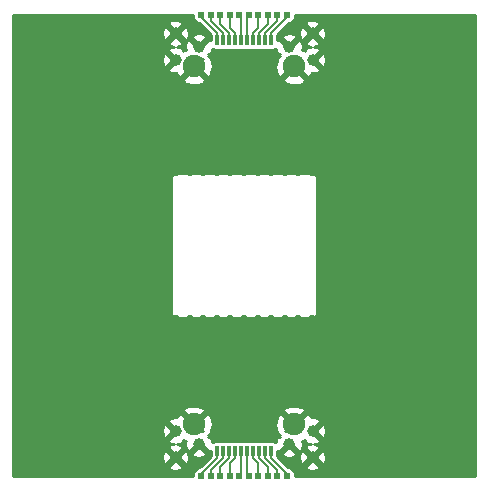
<source format=gbr>
G04 #@! TF.GenerationSoftware,KiCad,Pcbnew,(5.1.2)-1*
G04 #@! TF.CreationDate,2019-05-02T18:24:12-06:00*
G04 #@! TF.ProjectId,Igloo09,49676c6f-6f30-4392-9e6b-696361645f70,rev?*
G04 #@! TF.SameCoordinates,Original*
G04 #@! TF.FileFunction,Copper,L2,Bot*
G04 #@! TF.FilePolarity,Positive*
%FSLAX46Y46*%
G04 Gerber Fmt 4.6, Leading zero omitted, Abs format (unit mm)*
G04 Created by KiCad (PCBNEW (5.1.2)-1) date 2019-05-02 18:24:12*
%MOMM*%
%LPD*%
G04 APERTURE LIST*
%ADD10C,1.900000*%
%ADD11C,1.000000*%
%ADD12R,0.300000X0.850000*%
%ADD13C,0.604000*%
%ADD14C,1.016000*%
%ADD15C,0.711000*%
%ADD16C,3.280000*%
%ADD17C,0.152400*%
%ADD18C,0.254000*%
G04 APERTURE END LIST*
D10*
X154250000Y-47850000D03*
X145750000Y-47850000D03*
D11*
X155800000Y-47300000D03*
X155800000Y-45050000D03*
X144200000Y-47300000D03*
X144200000Y-45050000D03*
X153825000Y-46175000D03*
X146175000Y-46175000D03*
D12*
X147750000Y-45600000D03*
X147750000Y-48475000D03*
X148250000Y-45600000D03*
X148250000Y-48475000D03*
X148750000Y-45600000D03*
X148750000Y-48475000D03*
X149250000Y-45600000D03*
X149250000Y-48475000D03*
X149750000Y-45600000D03*
X149750000Y-48475000D03*
X150250000Y-45600000D03*
X150250000Y-48475000D03*
X150750000Y-45600000D03*
X150750000Y-48475000D03*
X151250000Y-45600000D03*
X151250000Y-48475000D03*
X151750000Y-45600000D03*
X151750000Y-48475000D03*
X152250000Y-45600000D03*
X152250000Y-48475000D03*
D10*
X145750000Y-78150000D03*
X154250000Y-78150000D03*
D11*
X144200000Y-78700000D03*
X144200000Y-80950000D03*
X155800000Y-78700000D03*
X155800000Y-80950000D03*
X146175000Y-79825000D03*
X153825000Y-79825000D03*
D12*
X152250000Y-80400000D03*
X152250000Y-77525000D03*
X151750000Y-80400000D03*
X151750000Y-77525000D03*
X151250000Y-80400000D03*
X151250000Y-77525000D03*
X150750000Y-80400000D03*
X150750000Y-77525000D03*
X150250000Y-80400000D03*
X150250000Y-77525000D03*
X149750000Y-80400000D03*
X149750000Y-77525000D03*
X149250000Y-80400000D03*
X149250000Y-77525000D03*
X148750000Y-80400000D03*
X148750000Y-77525000D03*
X148250000Y-80400000D03*
X148250000Y-77525000D03*
X147750000Y-80400000D03*
X147750000Y-77525000D03*
D13*
X153600000Y-43500000D03*
X152800000Y-43500000D03*
X152000000Y-43500000D03*
X151200000Y-43500000D03*
X150400000Y-43500000D03*
X149600000Y-43500000D03*
X148800000Y-43500000D03*
X148000000Y-43500000D03*
X147200000Y-43500000D03*
X146400000Y-43500000D03*
D14*
X165240000Y-51380000D03*
X165240000Y-59380000D03*
X165240000Y-66620000D03*
X165240000Y-74620000D03*
X134760000Y-51380000D03*
X134760000Y-66620000D03*
X134760000Y-74620000D03*
X141285000Y-63000000D03*
X141285000Y-58000000D03*
X141285000Y-67920000D03*
X158715000Y-58000000D03*
X158715000Y-63000000D03*
X158715000Y-68000000D03*
D15*
X156715000Y-59000000D03*
X156715000Y-63010000D03*
X156715000Y-67000000D03*
X157715000Y-56000000D03*
X157715000Y-70000000D03*
X157715000Y-53000000D03*
X157715000Y-73000000D03*
X162000000Y-60000000D03*
X162000000Y-66000000D03*
X165240000Y-63000000D03*
X162740000Y-55360000D03*
X167740000Y-55400000D03*
X162740000Y-70660000D03*
X167740000Y-70620000D03*
X137260000Y-55380000D03*
X134760000Y-63000000D03*
X137260000Y-70620000D03*
X143285000Y-59000000D03*
X143285000Y-63090000D03*
X143285000Y-67000000D03*
X142285000Y-70000000D03*
X142285000Y-73000000D03*
X142285000Y-56000000D03*
X142285000Y-53000000D03*
X132260000Y-70620000D03*
X132260000Y-55380000D03*
X138000000Y-60000000D03*
X138000000Y-66000000D03*
X144250000Y-69250000D03*
X145400000Y-69250000D03*
X146550000Y-69250000D03*
X147700000Y-69250000D03*
X148850000Y-69250000D03*
X150000000Y-69250000D03*
X151150000Y-69240400D03*
X152300000Y-69250000D03*
X153450000Y-69240400D03*
X154600000Y-69240400D03*
X155750000Y-69240400D03*
X144253400Y-56750000D03*
X145403400Y-56750000D03*
X146553400Y-56750000D03*
X148853400Y-56750000D03*
X154603400Y-56750000D03*
X153453400Y-56750000D03*
X150003400Y-56750000D03*
X147703400Y-56750000D03*
X151153400Y-56750000D03*
X152303400Y-56750000D03*
X155753400Y-56750000D03*
D16*
X165240000Y-55380000D03*
X165240000Y-70620000D03*
X134760000Y-55380000D03*
X134760000Y-70620000D03*
D14*
X134760000Y-59380000D03*
D13*
X153600000Y-82500000D03*
X152800000Y-82500000D03*
X152000000Y-82500000D03*
X151200000Y-82500000D03*
X150400000Y-82500000D03*
X149600000Y-82500000D03*
X148800000Y-82500000D03*
X148000000Y-82500000D03*
X147200000Y-82500000D03*
X146400000Y-82500000D03*
D17*
X152250000Y-45019364D02*
X152250000Y-45600000D01*
X153600000Y-43669364D02*
X152250000Y-45019364D01*
X153600000Y-43500000D02*
X153600000Y-43669364D01*
X152800000Y-43927092D02*
X152800000Y-43500000D01*
X152800000Y-43970982D02*
X152800000Y-43927092D01*
X151750000Y-45020982D02*
X152800000Y-43970982D01*
X151750000Y-45600000D02*
X151750000Y-45020982D01*
X152000000Y-43927092D02*
X152000000Y-43500000D01*
X152000000Y-44272600D02*
X152000000Y-43927092D01*
X151250000Y-45022600D02*
X152000000Y-44272600D01*
X151250000Y-45600000D02*
X151250000Y-45022600D01*
X151200000Y-43927092D02*
X151200000Y-43500000D01*
X151200000Y-44572600D02*
X151200000Y-43927092D01*
X150750000Y-45022600D02*
X151200000Y-44572600D01*
X150750000Y-45600000D02*
X150750000Y-45022600D01*
X150250000Y-43650000D02*
X150400000Y-43500000D01*
X150250000Y-45600000D02*
X150250000Y-43650000D01*
X149750000Y-43650000D02*
X149600000Y-43500000D01*
X149750000Y-45600000D02*
X149750000Y-43650000D01*
X148800000Y-43927092D02*
X148800000Y-43500000D01*
X148800000Y-44572600D02*
X148800000Y-43927092D01*
X149250000Y-45022600D02*
X148800000Y-44572600D01*
X149250000Y-45600000D02*
X149250000Y-45022600D01*
X148000000Y-43927092D02*
X148000000Y-43500000D01*
X148000000Y-44272600D02*
X148000000Y-43927092D01*
X148750000Y-45022600D02*
X148000000Y-44272600D01*
X148750000Y-45600000D02*
X148750000Y-45022600D01*
X147200000Y-43927092D02*
X147200000Y-43500000D01*
X147200000Y-43972600D02*
X147200000Y-43927092D01*
X148250000Y-45022600D02*
X147200000Y-43972600D01*
X148250000Y-45600000D02*
X148250000Y-45022600D01*
X146400000Y-43672600D02*
X146400000Y-43500000D01*
X147750000Y-45022600D02*
X146400000Y-43672600D01*
X147750000Y-45600000D02*
X147750000Y-45022600D01*
X153600000Y-82327400D02*
X153600000Y-82500000D01*
X152250000Y-80977400D02*
X153600000Y-82327400D01*
X152250000Y-80400000D02*
X152250000Y-80977400D01*
X152800000Y-82072908D02*
X152800000Y-82500000D01*
X152800000Y-82027400D02*
X152800000Y-82072908D01*
X151750000Y-80977400D02*
X152800000Y-82027400D01*
X151750000Y-80400000D02*
X151750000Y-80977400D01*
X152000000Y-82072908D02*
X152000000Y-82500000D01*
X152000000Y-81727400D02*
X152000000Y-82072908D01*
X151250000Y-80977400D02*
X152000000Y-81727400D01*
X151250000Y-80400000D02*
X151250000Y-80977400D01*
X151200000Y-82072908D02*
X151200000Y-82500000D01*
X151200000Y-81427400D02*
X151200000Y-82072908D01*
X150750000Y-80977400D02*
X151200000Y-81427400D01*
X150750000Y-80400000D02*
X150750000Y-80977400D01*
X150250000Y-82350000D02*
X150400000Y-82500000D01*
X150250000Y-80400000D02*
X150250000Y-82350000D01*
X149750000Y-82350000D02*
X149600000Y-82500000D01*
X149750000Y-80400000D02*
X149750000Y-82350000D01*
X148800000Y-82072908D02*
X148800000Y-82500000D01*
X148800000Y-81427400D02*
X148800000Y-82072908D01*
X149250000Y-80977400D02*
X148800000Y-81427400D01*
X149250000Y-80400000D02*
X149250000Y-80977400D01*
X148000000Y-82072908D02*
X148000000Y-82500000D01*
X148000000Y-81729018D02*
X148000000Y-82072908D01*
X148750000Y-80979018D02*
X148000000Y-81729018D01*
X148750000Y-80400000D02*
X148750000Y-80979018D01*
X147200000Y-82072908D02*
X147200000Y-82500000D01*
X147200000Y-82027400D02*
X147200000Y-82072908D01*
X148250000Y-80977400D02*
X147200000Y-82027400D01*
X148250000Y-80400000D02*
X148250000Y-80977400D01*
X146400000Y-82327000D02*
X146400000Y-82500000D01*
X146701599Y-82025401D02*
X146400000Y-82327000D01*
X146701999Y-82025401D02*
X146701599Y-82025401D01*
X147750000Y-80400000D02*
X147750000Y-80977400D01*
X147750000Y-80977400D02*
X146701999Y-82025401D01*
D18*
G36*
X145671000Y-43571800D02*
G01*
X145699015Y-43712641D01*
X145753969Y-43845311D01*
X145833749Y-43964710D01*
X145935290Y-44066251D01*
X146054689Y-44146031D01*
X146187359Y-44200985D01*
X146224052Y-44208284D01*
X147172712Y-45156944D01*
X147170934Y-45175000D01*
X147170934Y-45619681D01*
X147166588Y-45611550D01*
X146953166Y-45576439D01*
X146354605Y-46175000D01*
X146368748Y-46189143D01*
X146222713Y-46335177D01*
X146093834Y-46301724D01*
X145981253Y-46189143D01*
X145995395Y-46175000D01*
X145396834Y-45576439D01*
X145193146Y-45609949D01*
X145282458Y-45409174D01*
X145285246Y-45396834D01*
X145576439Y-45396834D01*
X146175000Y-45995395D01*
X146773561Y-45396834D01*
X146738450Y-45183412D01*
X146534174Y-45092542D01*
X146316095Y-45043269D01*
X146092594Y-45037489D01*
X145872260Y-45075423D01*
X145663560Y-45155613D01*
X145611550Y-45183412D01*
X145576439Y-45396834D01*
X145285246Y-45396834D01*
X145331731Y-45191095D01*
X145337511Y-44967594D01*
X145299577Y-44747260D01*
X145219387Y-44538560D01*
X145191588Y-44486550D01*
X144978166Y-44451439D01*
X144379605Y-45050000D01*
X144978166Y-45648561D01*
X145181854Y-45615051D01*
X145092542Y-45815826D01*
X145043269Y-46033905D01*
X145037489Y-46257406D01*
X145064374Y-46413564D01*
X144973935Y-46461905D01*
X144916211Y-46404181D01*
X144798561Y-46521831D01*
X144763450Y-46308412D01*
X144559174Y-46217542D01*
X144364048Y-46173455D01*
X144502740Y-46149577D01*
X144711440Y-46069387D01*
X144763450Y-46041588D01*
X144798561Y-45828166D01*
X144200000Y-45229605D01*
X143601439Y-45828166D01*
X143636550Y-46041588D01*
X143840826Y-46132458D01*
X144035952Y-46176545D01*
X143897260Y-46200423D01*
X143688560Y-46280613D01*
X143636550Y-46308412D01*
X143601439Y-46521834D01*
X144200000Y-47120395D01*
X144214143Y-47106253D01*
X144305088Y-47197198D01*
X144255065Y-47300671D01*
X144206842Y-47486447D01*
X144200000Y-47479605D01*
X143601439Y-48078166D01*
X143636550Y-48291588D01*
X143840826Y-48382458D01*
X144058905Y-48431731D01*
X144276180Y-48437350D01*
X144304487Y-48518644D01*
X144390958Y-48680421D01*
X144650248Y-48770147D01*
X145570395Y-47850000D01*
X145300356Y-47579961D01*
X145331731Y-47441095D01*
X145336495Y-47256890D01*
X145750000Y-47670395D01*
X146111653Y-47308742D01*
X146257406Y-47312511D01*
X146477740Y-47274577D01*
X146522056Y-47257549D01*
X145929605Y-47850000D01*
X146849752Y-48770147D01*
X147109042Y-48680421D01*
X147244935Y-48399329D01*
X147323379Y-48097127D01*
X147341359Y-47785427D01*
X147298184Y-47476209D01*
X147195513Y-47181356D01*
X147109042Y-47019579D01*
X146985279Y-46976751D01*
X147070819Y-46891211D01*
X146953169Y-46773561D01*
X147166588Y-46738450D01*
X147257458Y-46534174D01*
X147302803Y-46333481D01*
X147361624Y-46381755D01*
X147435804Y-46421405D01*
X147516293Y-46445822D01*
X147600000Y-46454066D01*
X147900000Y-46454066D01*
X147983707Y-46445822D01*
X148000000Y-46440879D01*
X148016293Y-46445822D01*
X148100000Y-46454066D01*
X148400000Y-46454066D01*
X148483707Y-46445822D01*
X148500000Y-46440879D01*
X148516293Y-46445822D01*
X148600000Y-46454066D01*
X148900000Y-46454066D01*
X148983707Y-46445822D01*
X149000000Y-46440879D01*
X149016293Y-46445822D01*
X149100000Y-46454066D01*
X149400000Y-46454066D01*
X149483707Y-46445822D01*
X149500000Y-46440879D01*
X149516293Y-46445822D01*
X149600000Y-46454066D01*
X149900000Y-46454066D01*
X149983707Y-46445822D01*
X150000000Y-46440879D01*
X150016293Y-46445822D01*
X150100000Y-46454066D01*
X150400000Y-46454066D01*
X150483707Y-46445822D01*
X150500000Y-46440879D01*
X150516293Y-46445822D01*
X150600000Y-46454066D01*
X150900000Y-46454066D01*
X150983707Y-46445822D01*
X151000000Y-46440879D01*
X151016293Y-46445822D01*
X151100000Y-46454066D01*
X151400000Y-46454066D01*
X151483707Y-46445822D01*
X151500000Y-46440879D01*
X151516293Y-46445822D01*
X151600000Y-46454066D01*
X151900000Y-46454066D01*
X151983707Y-46445822D01*
X152000000Y-46440879D01*
X152016293Y-46445822D01*
X152100000Y-46454066D01*
X152400000Y-46454066D01*
X152483707Y-46445822D01*
X152564196Y-46421405D01*
X152638376Y-46381755D01*
X152700167Y-46331044D01*
X152725423Y-46477740D01*
X152805613Y-46686440D01*
X152833412Y-46738450D01*
X153046831Y-46773561D01*
X152929181Y-46891211D01*
X153014721Y-46976751D01*
X152890958Y-47019579D01*
X152755065Y-47300671D01*
X152676621Y-47602873D01*
X152658641Y-47914573D01*
X152701816Y-48223791D01*
X152804487Y-48518644D01*
X152890958Y-48680421D01*
X153150248Y-48770147D01*
X154070395Y-47850000D01*
X153481364Y-47260969D01*
X153683905Y-47306731D01*
X153891710Y-47312105D01*
X154250000Y-47670395D01*
X154665794Y-47254601D01*
X154662489Y-47382406D01*
X154696963Y-47582642D01*
X154429605Y-47850000D01*
X155349752Y-48770147D01*
X155609042Y-48680421D01*
X155728401Y-48433528D01*
X155882406Y-48437511D01*
X156102740Y-48399577D01*
X156311440Y-48319387D01*
X156363450Y-48291588D01*
X156398561Y-48078166D01*
X155800000Y-47479605D01*
X155798823Y-47480782D01*
X155798184Y-47476209D01*
X155736826Y-47300000D01*
X155979605Y-47300000D01*
X156578166Y-47898561D01*
X156791588Y-47863450D01*
X156882458Y-47659174D01*
X156931731Y-47441095D01*
X156937511Y-47217594D01*
X156899577Y-46997260D01*
X156819387Y-46788560D01*
X156791588Y-46736550D01*
X156578166Y-46701439D01*
X155979605Y-47300000D01*
X155736826Y-47300000D01*
X155699449Y-47192661D01*
X155785858Y-47106253D01*
X155800000Y-47120395D01*
X156398561Y-46521834D01*
X156363450Y-46308412D01*
X156159174Y-46217542D01*
X155964048Y-46173455D01*
X156102740Y-46149577D01*
X156311440Y-46069387D01*
X156363450Y-46041588D01*
X156398561Y-45828166D01*
X155800000Y-45229605D01*
X155201439Y-45828166D01*
X155236550Y-46041588D01*
X155440826Y-46132458D01*
X155635952Y-46176545D01*
X155497260Y-46200423D01*
X155288560Y-46280613D01*
X155236550Y-46308412D01*
X155201439Y-46521831D01*
X155083789Y-46404181D01*
X155024194Y-46463776D01*
X154933293Y-46419830D01*
X154956731Y-46316095D01*
X154962511Y-46092594D01*
X154924577Y-45872260D01*
X154844387Y-45663560D01*
X154818490Y-45615108D01*
X155021834Y-45648561D01*
X155620395Y-45050000D01*
X155979605Y-45050000D01*
X156578166Y-45648561D01*
X156791588Y-45613450D01*
X156882458Y-45409174D01*
X156931731Y-45191095D01*
X156937511Y-44967594D01*
X156899577Y-44747260D01*
X156819387Y-44538560D01*
X156791588Y-44486550D01*
X156578166Y-44451439D01*
X155979605Y-45050000D01*
X155620395Y-45050000D01*
X155021834Y-44451439D01*
X154808412Y-44486550D01*
X154717542Y-44690826D01*
X154668269Y-44908905D01*
X154662489Y-45132406D01*
X154700423Y-45352740D01*
X154780613Y-45561440D01*
X154806510Y-45609892D01*
X154603166Y-45576439D01*
X154004605Y-46175000D01*
X154018748Y-46189143D01*
X153910921Y-46296969D01*
X153876209Y-46301816D01*
X153778092Y-46335982D01*
X153631253Y-46189143D01*
X153645395Y-46175000D01*
X153046834Y-45576439D01*
X152833412Y-45611550D01*
X152829066Y-45621320D01*
X152829066Y-45396834D01*
X153226439Y-45396834D01*
X153825000Y-45995395D01*
X154423561Y-45396834D01*
X154388450Y-45183412D01*
X154184174Y-45092542D01*
X153966095Y-45043269D01*
X153742594Y-45037489D01*
X153522260Y-45075423D01*
X153313560Y-45155613D01*
X153261550Y-45183412D01*
X153226439Y-45396834D01*
X152829066Y-45396834D01*
X152829066Y-45175000D01*
X152826998Y-45153998D01*
X153709162Y-44271834D01*
X155201439Y-44271834D01*
X155800000Y-44870395D01*
X156398561Y-44271834D01*
X156363450Y-44058412D01*
X156159174Y-43967542D01*
X155941095Y-43918269D01*
X155717594Y-43912489D01*
X155497260Y-43950423D01*
X155288560Y-44030613D01*
X155236550Y-44058412D01*
X155201439Y-44271834D01*
X153709162Y-44271834D01*
X153771909Y-44209087D01*
X153812641Y-44200985D01*
X153945311Y-44146031D01*
X154064710Y-44066251D01*
X154166251Y-43964710D01*
X154246031Y-43845311D01*
X154300985Y-43712641D01*
X154329000Y-43571800D01*
X154329000Y-43452000D01*
X169548000Y-43452000D01*
X169548001Y-82548000D01*
X154329000Y-82548000D01*
X154329000Y-82428200D01*
X154300985Y-82287359D01*
X154246031Y-82154689D01*
X154166251Y-82035290D01*
X154064710Y-81933749D01*
X153945311Y-81853969D01*
X153812641Y-81799015D01*
X153775948Y-81791716D01*
X153712398Y-81728166D01*
X155201439Y-81728166D01*
X155236550Y-81941588D01*
X155440826Y-82032458D01*
X155658905Y-82081731D01*
X155882406Y-82087511D01*
X156102740Y-82049577D01*
X156311440Y-81969387D01*
X156363450Y-81941588D01*
X156398561Y-81728166D01*
X155800000Y-81129605D01*
X155201439Y-81728166D01*
X153712398Y-81728166D01*
X152827288Y-80843056D01*
X152829066Y-80825000D01*
X152829066Y-80603166D01*
X153226439Y-80603166D01*
X153261550Y-80816588D01*
X153465826Y-80907458D01*
X153683905Y-80956731D01*
X153907406Y-80962511D01*
X154127740Y-80924577D01*
X154336440Y-80844387D01*
X154388450Y-80816588D01*
X154423561Y-80603166D01*
X153825000Y-80004605D01*
X153226439Y-80603166D01*
X152829066Y-80603166D01*
X152829066Y-80380319D01*
X152833412Y-80388450D01*
X153046834Y-80423561D01*
X153645395Y-79825000D01*
X153631253Y-79810858D01*
X153777287Y-79664823D01*
X153906166Y-79698276D01*
X154018748Y-79810858D01*
X154004605Y-79825000D01*
X154603166Y-80423561D01*
X154806854Y-80390051D01*
X154717542Y-80590826D01*
X154668269Y-80808905D01*
X154662489Y-81032406D01*
X154700423Y-81252740D01*
X154780613Y-81461440D01*
X154808412Y-81513450D01*
X155021834Y-81548561D01*
X155620395Y-80950000D01*
X155979605Y-80950000D01*
X156578166Y-81548561D01*
X156791588Y-81513450D01*
X156882458Y-81309174D01*
X156931731Y-81091095D01*
X156937511Y-80867594D01*
X156899577Y-80647260D01*
X156819387Y-80438560D01*
X156791588Y-80386550D01*
X156578166Y-80351439D01*
X155979605Y-80950000D01*
X155620395Y-80950000D01*
X155021834Y-80351439D01*
X154818146Y-80384949D01*
X154907458Y-80184174D01*
X154956731Y-79966095D01*
X154962511Y-79742594D01*
X154935626Y-79586436D01*
X155026065Y-79538095D01*
X155083789Y-79595819D01*
X155201439Y-79478169D01*
X155236550Y-79691588D01*
X155440826Y-79782458D01*
X155635952Y-79826545D01*
X155497260Y-79850423D01*
X155288560Y-79930613D01*
X155236550Y-79958412D01*
X155201439Y-80171834D01*
X155800000Y-80770395D01*
X156398561Y-80171834D01*
X156363450Y-79958412D01*
X156159174Y-79867542D01*
X155964048Y-79823455D01*
X156102740Y-79799577D01*
X156311440Y-79719387D01*
X156363450Y-79691588D01*
X156398561Y-79478166D01*
X155800000Y-78879605D01*
X155785858Y-78893748D01*
X155694912Y-78802802D01*
X155744610Y-78700000D01*
X155979605Y-78700000D01*
X156578166Y-79298561D01*
X156791588Y-79263450D01*
X156882458Y-79059174D01*
X156931731Y-78841095D01*
X156937511Y-78617594D01*
X156899577Y-78397260D01*
X156819387Y-78188560D01*
X156791588Y-78136550D01*
X156578166Y-78101439D01*
X155979605Y-78700000D01*
X155744610Y-78700000D01*
X155744935Y-78699329D01*
X155793158Y-78513553D01*
X155800000Y-78520395D01*
X156398561Y-77921834D01*
X156363450Y-77708412D01*
X156159174Y-77617542D01*
X155941095Y-77568269D01*
X155723820Y-77562650D01*
X155695513Y-77481356D01*
X155609042Y-77319579D01*
X155349752Y-77229853D01*
X154429605Y-78150000D01*
X154699644Y-78420039D01*
X154668269Y-78558905D01*
X154663505Y-78743110D01*
X154250000Y-78329605D01*
X153888347Y-78691258D01*
X153742594Y-78687489D01*
X153522260Y-78725423D01*
X153477944Y-78742451D01*
X154070395Y-78150000D01*
X153150248Y-77229853D01*
X152890958Y-77319579D01*
X152755065Y-77600671D01*
X152676621Y-77902873D01*
X152658641Y-78214573D01*
X152701816Y-78523791D01*
X152804487Y-78818644D01*
X152890958Y-78980421D01*
X153014721Y-79023249D01*
X152929181Y-79108789D01*
X153046831Y-79226439D01*
X152833412Y-79261550D01*
X152742542Y-79465826D01*
X152697197Y-79666519D01*
X152638376Y-79618245D01*
X152564196Y-79578595D01*
X152483707Y-79554178D01*
X152400000Y-79545934D01*
X152100000Y-79545934D01*
X152016293Y-79554178D01*
X152000000Y-79559121D01*
X151983707Y-79554178D01*
X151900000Y-79545934D01*
X151600000Y-79545934D01*
X151516293Y-79554178D01*
X151500000Y-79559121D01*
X151483707Y-79554178D01*
X151400000Y-79545934D01*
X151100000Y-79545934D01*
X151016293Y-79554178D01*
X151000000Y-79559121D01*
X150983707Y-79554178D01*
X150900000Y-79545934D01*
X150600000Y-79545934D01*
X150516293Y-79554178D01*
X150500000Y-79559121D01*
X150483707Y-79554178D01*
X150400000Y-79545934D01*
X150100000Y-79545934D01*
X150016293Y-79554178D01*
X150000000Y-79559121D01*
X149983707Y-79554178D01*
X149900000Y-79545934D01*
X149600000Y-79545934D01*
X149516293Y-79554178D01*
X149500000Y-79559121D01*
X149483707Y-79554178D01*
X149400000Y-79545934D01*
X149100000Y-79545934D01*
X149016293Y-79554178D01*
X149000000Y-79559121D01*
X148983707Y-79554178D01*
X148900000Y-79545934D01*
X148600000Y-79545934D01*
X148516293Y-79554178D01*
X148500000Y-79559121D01*
X148483707Y-79554178D01*
X148400000Y-79545934D01*
X148100000Y-79545934D01*
X148016293Y-79554178D01*
X148000000Y-79559121D01*
X147983707Y-79554178D01*
X147900000Y-79545934D01*
X147600000Y-79545934D01*
X147516293Y-79554178D01*
X147435804Y-79578595D01*
X147361624Y-79618245D01*
X147299833Y-79668956D01*
X147274577Y-79522260D01*
X147194387Y-79313560D01*
X147166588Y-79261550D01*
X146953169Y-79226439D01*
X147070819Y-79108789D01*
X146985279Y-79023249D01*
X147109042Y-78980421D01*
X147244935Y-78699329D01*
X147323379Y-78397127D01*
X147341359Y-78085427D01*
X147298184Y-77776209D01*
X147195513Y-77481356D01*
X147109042Y-77319579D01*
X146849752Y-77229853D01*
X145929605Y-78150000D01*
X146518636Y-78739031D01*
X146316095Y-78693269D01*
X146108290Y-78687895D01*
X145750000Y-78329605D01*
X145334206Y-78745399D01*
X145337511Y-78617594D01*
X145303037Y-78417358D01*
X145570395Y-78150000D01*
X144650248Y-77229853D01*
X144390958Y-77319579D01*
X144271599Y-77566472D01*
X144117594Y-77562489D01*
X143897260Y-77600423D01*
X143688560Y-77680613D01*
X143636550Y-77708412D01*
X143601439Y-77921834D01*
X144200000Y-78520395D01*
X144201177Y-78519218D01*
X144201816Y-78523791D01*
X144300551Y-78807339D01*
X144214143Y-78893748D01*
X144200000Y-78879605D01*
X143601439Y-79478166D01*
X143636550Y-79691588D01*
X143840826Y-79782458D01*
X144035952Y-79826545D01*
X143897260Y-79850423D01*
X143688560Y-79930613D01*
X143636550Y-79958412D01*
X143601439Y-80171834D01*
X144200000Y-80770395D01*
X144798561Y-80171834D01*
X144763450Y-79958412D01*
X144559174Y-79867542D01*
X144364048Y-79823455D01*
X144502740Y-79799577D01*
X144711440Y-79719387D01*
X144763450Y-79691588D01*
X144798561Y-79478169D01*
X144916211Y-79595819D01*
X144975806Y-79536224D01*
X145066707Y-79580170D01*
X145043269Y-79683905D01*
X145037489Y-79907406D01*
X145075423Y-80127740D01*
X145155613Y-80336440D01*
X145181510Y-80384892D01*
X144978166Y-80351439D01*
X144379605Y-80950000D01*
X144978166Y-81548561D01*
X145191588Y-81513450D01*
X145282458Y-81309174D01*
X145331731Y-81091095D01*
X145337511Y-80867594D01*
X145299577Y-80647260D01*
X145282635Y-80603166D01*
X145576439Y-80603166D01*
X145611550Y-80816588D01*
X145815826Y-80907458D01*
X146033905Y-80956731D01*
X146257406Y-80962511D01*
X146477740Y-80924577D01*
X146686440Y-80844387D01*
X146738450Y-80816588D01*
X146773561Y-80603166D01*
X146175000Y-80004605D01*
X145576439Y-80603166D01*
X145282635Y-80603166D01*
X145219387Y-80438560D01*
X145193490Y-80390108D01*
X145396834Y-80423561D01*
X145995395Y-79825000D01*
X145981253Y-79810858D01*
X146089079Y-79703031D01*
X146123791Y-79698184D01*
X146221908Y-79664018D01*
X146368748Y-79810858D01*
X146354605Y-79825000D01*
X146953166Y-80423561D01*
X147166588Y-80388450D01*
X147170934Y-80378680D01*
X147170934Y-80825000D01*
X147172712Y-80843056D01*
X146365487Y-81650281D01*
X146344062Y-81667864D01*
X146328305Y-81687064D01*
X146223553Y-81791816D01*
X146187359Y-81799015D01*
X146054689Y-81853969D01*
X145935290Y-81933749D01*
X145833749Y-82035290D01*
X145753969Y-82154689D01*
X145699015Y-82287359D01*
X145671000Y-82428200D01*
X145671000Y-82548000D01*
X130452000Y-82548000D01*
X130452000Y-81728166D01*
X143601439Y-81728166D01*
X143636550Y-81941588D01*
X143840826Y-82032458D01*
X144058905Y-82081731D01*
X144282406Y-82087511D01*
X144502740Y-82049577D01*
X144711440Y-81969387D01*
X144763450Y-81941588D01*
X144798561Y-81728166D01*
X144200000Y-81129605D01*
X143601439Y-81728166D01*
X130452000Y-81728166D01*
X130452000Y-81032406D01*
X143062489Y-81032406D01*
X143100423Y-81252740D01*
X143180613Y-81461440D01*
X143208412Y-81513450D01*
X143421834Y-81548561D01*
X144020395Y-80950000D01*
X143421834Y-80351439D01*
X143208412Y-80386550D01*
X143117542Y-80590826D01*
X143068269Y-80808905D01*
X143062489Y-81032406D01*
X130452000Y-81032406D01*
X130452000Y-78782406D01*
X143062489Y-78782406D01*
X143100423Y-79002740D01*
X143180613Y-79211440D01*
X143208412Y-79263450D01*
X143421834Y-79298561D01*
X144020395Y-78700000D01*
X143421834Y-78101439D01*
X143208412Y-78136550D01*
X143117542Y-78340826D01*
X143068269Y-78558905D01*
X143062489Y-78782406D01*
X130452000Y-78782406D01*
X130452000Y-77050248D01*
X144829853Y-77050248D01*
X145750000Y-77970395D01*
X146670147Y-77050248D01*
X153329853Y-77050248D01*
X154250000Y-77970395D01*
X155170147Y-77050248D01*
X155080421Y-76790958D01*
X154799329Y-76655065D01*
X154497127Y-76576621D01*
X154185427Y-76558641D01*
X153876209Y-76601816D01*
X153581356Y-76704487D01*
X153419579Y-76790958D01*
X153329853Y-77050248D01*
X146670147Y-77050248D01*
X146580421Y-76790958D01*
X146299329Y-76655065D01*
X145997127Y-76576621D01*
X145685427Y-76558641D01*
X145376209Y-76601816D01*
X145081356Y-76704487D01*
X144919579Y-76790958D01*
X144829853Y-77050248D01*
X130452000Y-77050248D01*
X130452000Y-57285000D01*
X143830813Y-57285000D01*
X143833001Y-57307215D01*
X143833000Y-68692795D01*
X143830813Y-68715000D01*
X143839540Y-68803607D01*
X143865386Y-68888810D01*
X143907357Y-68967333D01*
X143963841Y-69036159D01*
X144032667Y-69092643D01*
X144111190Y-69134614D01*
X144196393Y-69160460D01*
X144285000Y-69169187D01*
X144307205Y-69167000D01*
X155692795Y-69167000D01*
X155715000Y-69169187D01*
X155737205Y-69167000D01*
X155803607Y-69160460D01*
X155888810Y-69134614D01*
X155967333Y-69092643D01*
X156036159Y-69036159D01*
X156092643Y-68967333D01*
X156134614Y-68888810D01*
X156160460Y-68803607D01*
X156169187Y-68715000D01*
X156167000Y-68692795D01*
X156167000Y-57307205D01*
X156169187Y-57285000D01*
X156160460Y-57196393D01*
X156134614Y-57111190D01*
X156092643Y-57032667D01*
X156036159Y-56963841D01*
X155967333Y-56907357D01*
X155888810Y-56865386D01*
X155803607Y-56839540D01*
X155737205Y-56833000D01*
X155715000Y-56830813D01*
X155692795Y-56833000D01*
X144307205Y-56833000D01*
X144285000Y-56830813D01*
X144262795Y-56833000D01*
X144196393Y-56839540D01*
X144111190Y-56865386D01*
X144032667Y-56907357D01*
X143963841Y-56963841D01*
X143907357Y-57032667D01*
X143865386Y-57111190D01*
X143839540Y-57196393D01*
X143830813Y-57285000D01*
X130452000Y-57285000D01*
X130452000Y-48949752D01*
X144829853Y-48949752D01*
X144919579Y-49209042D01*
X145200671Y-49344935D01*
X145502873Y-49423379D01*
X145814573Y-49441359D01*
X146123791Y-49398184D01*
X146418644Y-49295513D01*
X146580421Y-49209042D01*
X146670147Y-48949752D01*
X153329853Y-48949752D01*
X153419579Y-49209042D01*
X153700671Y-49344935D01*
X154002873Y-49423379D01*
X154314573Y-49441359D01*
X154623791Y-49398184D01*
X154918644Y-49295513D01*
X155080421Y-49209042D01*
X155170147Y-48949752D01*
X154250000Y-48029605D01*
X153329853Y-48949752D01*
X146670147Y-48949752D01*
X145750000Y-48029605D01*
X144829853Y-48949752D01*
X130452000Y-48949752D01*
X130452000Y-47382406D01*
X143062489Y-47382406D01*
X143100423Y-47602740D01*
X143180613Y-47811440D01*
X143208412Y-47863450D01*
X143421834Y-47898561D01*
X144020395Y-47300000D01*
X143421834Y-46701439D01*
X143208412Y-46736550D01*
X143117542Y-46940826D01*
X143068269Y-47158905D01*
X143062489Y-47382406D01*
X130452000Y-47382406D01*
X130452000Y-45132406D01*
X143062489Y-45132406D01*
X143100423Y-45352740D01*
X143180613Y-45561440D01*
X143208412Y-45613450D01*
X143421834Y-45648561D01*
X144020395Y-45050000D01*
X143421834Y-44451439D01*
X143208412Y-44486550D01*
X143117542Y-44690826D01*
X143068269Y-44908905D01*
X143062489Y-45132406D01*
X130452000Y-45132406D01*
X130452000Y-44271834D01*
X143601439Y-44271834D01*
X144200000Y-44870395D01*
X144798561Y-44271834D01*
X144763450Y-44058412D01*
X144559174Y-43967542D01*
X144341095Y-43918269D01*
X144117594Y-43912489D01*
X143897260Y-43950423D01*
X143688560Y-44030613D01*
X143636550Y-44058412D01*
X143601439Y-44271834D01*
X130452000Y-44271834D01*
X130452000Y-43452000D01*
X145671000Y-43452000D01*
X145671000Y-43571800D01*
X145671000Y-43571800D01*
G37*
X145671000Y-43571800D02*
X145699015Y-43712641D01*
X145753969Y-43845311D01*
X145833749Y-43964710D01*
X145935290Y-44066251D01*
X146054689Y-44146031D01*
X146187359Y-44200985D01*
X146224052Y-44208284D01*
X147172712Y-45156944D01*
X147170934Y-45175000D01*
X147170934Y-45619681D01*
X147166588Y-45611550D01*
X146953166Y-45576439D01*
X146354605Y-46175000D01*
X146368748Y-46189143D01*
X146222713Y-46335177D01*
X146093834Y-46301724D01*
X145981253Y-46189143D01*
X145995395Y-46175000D01*
X145396834Y-45576439D01*
X145193146Y-45609949D01*
X145282458Y-45409174D01*
X145285246Y-45396834D01*
X145576439Y-45396834D01*
X146175000Y-45995395D01*
X146773561Y-45396834D01*
X146738450Y-45183412D01*
X146534174Y-45092542D01*
X146316095Y-45043269D01*
X146092594Y-45037489D01*
X145872260Y-45075423D01*
X145663560Y-45155613D01*
X145611550Y-45183412D01*
X145576439Y-45396834D01*
X145285246Y-45396834D01*
X145331731Y-45191095D01*
X145337511Y-44967594D01*
X145299577Y-44747260D01*
X145219387Y-44538560D01*
X145191588Y-44486550D01*
X144978166Y-44451439D01*
X144379605Y-45050000D01*
X144978166Y-45648561D01*
X145181854Y-45615051D01*
X145092542Y-45815826D01*
X145043269Y-46033905D01*
X145037489Y-46257406D01*
X145064374Y-46413564D01*
X144973935Y-46461905D01*
X144916211Y-46404181D01*
X144798561Y-46521831D01*
X144763450Y-46308412D01*
X144559174Y-46217542D01*
X144364048Y-46173455D01*
X144502740Y-46149577D01*
X144711440Y-46069387D01*
X144763450Y-46041588D01*
X144798561Y-45828166D01*
X144200000Y-45229605D01*
X143601439Y-45828166D01*
X143636550Y-46041588D01*
X143840826Y-46132458D01*
X144035952Y-46176545D01*
X143897260Y-46200423D01*
X143688560Y-46280613D01*
X143636550Y-46308412D01*
X143601439Y-46521834D01*
X144200000Y-47120395D01*
X144214143Y-47106253D01*
X144305088Y-47197198D01*
X144255065Y-47300671D01*
X144206842Y-47486447D01*
X144200000Y-47479605D01*
X143601439Y-48078166D01*
X143636550Y-48291588D01*
X143840826Y-48382458D01*
X144058905Y-48431731D01*
X144276180Y-48437350D01*
X144304487Y-48518644D01*
X144390958Y-48680421D01*
X144650248Y-48770147D01*
X145570395Y-47850000D01*
X145300356Y-47579961D01*
X145331731Y-47441095D01*
X145336495Y-47256890D01*
X145750000Y-47670395D01*
X146111653Y-47308742D01*
X146257406Y-47312511D01*
X146477740Y-47274577D01*
X146522056Y-47257549D01*
X145929605Y-47850000D01*
X146849752Y-48770147D01*
X147109042Y-48680421D01*
X147244935Y-48399329D01*
X147323379Y-48097127D01*
X147341359Y-47785427D01*
X147298184Y-47476209D01*
X147195513Y-47181356D01*
X147109042Y-47019579D01*
X146985279Y-46976751D01*
X147070819Y-46891211D01*
X146953169Y-46773561D01*
X147166588Y-46738450D01*
X147257458Y-46534174D01*
X147302803Y-46333481D01*
X147361624Y-46381755D01*
X147435804Y-46421405D01*
X147516293Y-46445822D01*
X147600000Y-46454066D01*
X147900000Y-46454066D01*
X147983707Y-46445822D01*
X148000000Y-46440879D01*
X148016293Y-46445822D01*
X148100000Y-46454066D01*
X148400000Y-46454066D01*
X148483707Y-46445822D01*
X148500000Y-46440879D01*
X148516293Y-46445822D01*
X148600000Y-46454066D01*
X148900000Y-46454066D01*
X148983707Y-46445822D01*
X149000000Y-46440879D01*
X149016293Y-46445822D01*
X149100000Y-46454066D01*
X149400000Y-46454066D01*
X149483707Y-46445822D01*
X149500000Y-46440879D01*
X149516293Y-46445822D01*
X149600000Y-46454066D01*
X149900000Y-46454066D01*
X149983707Y-46445822D01*
X150000000Y-46440879D01*
X150016293Y-46445822D01*
X150100000Y-46454066D01*
X150400000Y-46454066D01*
X150483707Y-46445822D01*
X150500000Y-46440879D01*
X150516293Y-46445822D01*
X150600000Y-46454066D01*
X150900000Y-46454066D01*
X150983707Y-46445822D01*
X151000000Y-46440879D01*
X151016293Y-46445822D01*
X151100000Y-46454066D01*
X151400000Y-46454066D01*
X151483707Y-46445822D01*
X151500000Y-46440879D01*
X151516293Y-46445822D01*
X151600000Y-46454066D01*
X151900000Y-46454066D01*
X151983707Y-46445822D01*
X152000000Y-46440879D01*
X152016293Y-46445822D01*
X152100000Y-46454066D01*
X152400000Y-46454066D01*
X152483707Y-46445822D01*
X152564196Y-46421405D01*
X152638376Y-46381755D01*
X152700167Y-46331044D01*
X152725423Y-46477740D01*
X152805613Y-46686440D01*
X152833412Y-46738450D01*
X153046831Y-46773561D01*
X152929181Y-46891211D01*
X153014721Y-46976751D01*
X152890958Y-47019579D01*
X152755065Y-47300671D01*
X152676621Y-47602873D01*
X152658641Y-47914573D01*
X152701816Y-48223791D01*
X152804487Y-48518644D01*
X152890958Y-48680421D01*
X153150248Y-48770147D01*
X154070395Y-47850000D01*
X153481364Y-47260969D01*
X153683905Y-47306731D01*
X153891710Y-47312105D01*
X154250000Y-47670395D01*
X154665794Y-47254601D01*
X154662489Y-47382406D01*
X154696963Y-47582642D01*
X154429605Y-47850000D01*
X155349752Y-48770147D01*
X155609042Y-48680421D01*
X155728401Y-48433528D01*
X155882406Y-48437511D01*
X156102740Y-48399577D01*
X156311440Y-48319387D01*
X156363450Y-48291588D01*
X156398561Y-48078166D01*
X155800000Y-47479605D01*
X155798823Y-47480782D01*
X155798184Y-47476209D01*
X155736826Y-47300000D01*
X155979605Y-47300000D01*
X156578166Y-47898561D01*
X156791588Y-47863450D01*
X156882458Y-47659174D01*
X156931731Y-47441095D01*
X156937511Y-47217594D01*
X156899577Y-46997260D01*
X156819387Y-46788560D01*
X156791588Y-46736550D01*
X156578166Y-46701439D01*
X155979605Y-47300000D01*
X155736826Y-47300000D01*
X155699449Y-47192661D01*
X155785858Y-47106253D01*
X155800000Y-47120395D01*
X156398561Y-46521834D01*
X156363450Y-46308412D01*
X156159174Y-46217542D01*
X155964048Y-46173455D01*
X156102740Y-46149577D01*
X156311440Y-46069387D01*
X156363450Y-46041588D01*
X156398561Y-45828166D01*
X155800000Y-45229605D01*
X155201439Y-45828166D01*
X155236550Y-46041588D01*
X155440826Y-46132458D01*
X155635952Y-46176545D01*
X155497260Y-46200423D01*
X155288560Y-46280613D01*
X155236550Y-46308412D01*
X155201439Y-46521831D01*
X155083789Y-46404181D01*
X155024194Y-46463776D01*
X154933293Y-46419830D01*
X154956731Y-46316095D01*
X154962511Y-46092594D01*
X154924577Y-45872260D01*
X154844387Y-45663560D01*
X154818490Y-45615108D01*
X155021834Y-45648561D01*
X155620395Y-45050000D01*
X155979605Y-45050000D01*
X156578166Y-45648561D01*
X156791588Y-45613450D01*
X156882458Y-45409174D01*
X156931731Y-45191095D01*
X156937511Y-44967594D01*
X156899577Y-44747260D01*
X156819387Y-44538560D01*
X156791588Y-44486550D01*
X156578166Y-44451439D01*
X155979605Y-45050000D01*
X155620395Y-45050000D01*
X155021834Y-44451439D01*
X154808412Y-44486550D01*
X154717542Y-44690826D01*
X154668269Y-44908905D01*
X154662489Y-45132406D01*
X154700423Y-45352740D01*
X154780613Y-45561440D01*
X154806510Y-45609892D01*
X154603166Y-45576439D01*
X154004605Y-46175000D01*
X154018748Y-46189143D01*
X153910921Y-46296969D01*
X153876209Y-46301816D01*
X153778092Y-46335982D01*
X153631253Y-46189143D01*
X153645395Y-46175000D01*
X153046834Y-45576439D01*
X152833412Y-45611550D01*
X152829066Y-45621320D01*
X152829066Y-45396834D01*
X153226439Y-45396834D01*
X153825000Y-45995395D01*
X154423561Y-45396834D01*
X154388450Y-45183412D01*
X154184174Y-45092542D01*
X153966095Y-45043269D01*
X153742594Y-45037489D01*
X153522260Y-45075423D01*
X153313560Y-45155613D01*
X153261550Y-45183412D01*
X153226439Y-45396834D01*
X152829066Y-45396834D01*
X152829066Y-45175000D01*
X152826998Y-45153998D01*
X153709162Y-44271834D01*
X155201439Y-44271834D01*
X155800000Y-44870395D01*
X156398561Y-44271834D01*
X156363450Y-44058412D01*
X156159174Y-43967542D01*
X155941095Y-43918269D01*
X155717594Y-43912489D01*
X155497260Y-43950423D01*
X155288560Y-44030613D01*
X155236550Y-44058412D01*
X155201439Y-44271834D01*
X153709162Y-44271834D01*
X153771909Y-44209087D01*
X153812641Y-44200985D01*
X153945311Y-44146031D01*
X154064710Y-44066251D01*
X154166251Y-43964710D01*
X154246031Y-43845311D01*
X154300985Y-43712641D01*
X154329000Y-43571800D01*
X154329000Y-43452000D01*
X169548000Y-43452000D01*
X169548001Y-82548000D01*
X154329000Y-82548000D01*
X154329000Y-82428200D01*
X154300985Y-82287359D01*
X154246031Y-82154689D01*
X154166251Y-82035290D01*
X154064710Y-81933749D01*
X153945311Y-81853969D01*
X153812641Y-81799015D01*
X153775948Y-81791716D01*
X153712398Y-81728166D01*
X155201439Y-81728166D01*
X155236550Y-81941588D01*
X155440826Y-82032458D01*
X155658905Y-82081731D01*
X155882406Y-82087511D01*
X156102740Y-82049577D01*
X156311440Y-81969387D01*
X156363450Y-81941588D01*
X156398561Y-81728166D01*
X155800000Y-81129605D01*
X155201439Y-81728166D01*
X153712398Y-81728166D01*
X152827288Y-80843056D01*
X152829066Y-80825000D01*
X152829066Y-80603166D01*
X153226439Y-80603166D01*
X153261550Y-80816588D01*
X153465826Y-80907458D01*
X153683905Y-80956731D01*
X153907406Y-80962511D01*
X154127740Y-80924577D01*
X154336440Y-80844387D01*
X154388450Y-80816588D01*
X154423561Y-80603166D01*
X153825000Y-80004605D01*
X153226439Y-80603166D01*
X152829066Y-80603166D01*
X152829066Y-80380319D01*
X152833412Y-80388450D01*
X153046834Y-80423561D01*
X153645395Y-79825000D01*
X153631253Y-79810858D01*
X153777287Y-79664823D01*
X153906166Y-79698276D01*
X154018748Y-79810858D01*
X154004605Y-79825000D01*
X154603166Y-80423561D01*
X154806854Y-80390051D01*
X154717542Y-80590826D01*
X154668269Y-80808905D01*
X154662489Y-81032406D01*
X154700423Y-81252740D01*
X154780613Y-81461440D01*
X154808412Y-81513450D01*
X155021834Y-81548561D01*
X155620395Y-80950000D01*
X155979605Y-80950000D01*
X156578166Y-81548561D01*
X156791588Y-81513450D01*
X156882458Y-81309174D01*
X156931731Y-81091095D01*
X156937511Y-80867594D01*
X156899577Y-80647260D01*
X156819387Y-80438560D01*
X156791588Y-80386550D01*
X156578166Y-80351439D01*
X155979605Y-80950000D01*
X155620395Y-80950000D01*
X155021834Y-80351439D01*
X154818146Y-80384949D01*
X154907458Y-80184174D01*
X154956731Y-79966095D01*
X154962511Y-79742594D01*
X154935626Y-79586436D01*
X155026065Y-79538095D01*
X155083789Y-79595819D01*
X155201439Y-79478169D01*
X155236550Y-79691588D01*
X155440826Y-79782458D01*
X155635952Y-79826545D01*
X155497260Y-79850423D01*
X155288560Y-79930613D01*
X155236550Y-79958412D01*
X155201439Y-80171834D01*
X155800000Y-80770395D01*
X156398561Y-80171834D01*
X156363450Y-79958412D01*
X156159174Y-79867542D01*
X155964048Y-79823455D01*
X156102740Y-79799577D01*
X156311440Y-79719387D01*
X156363450Y-79691588D01*
X156398561Y-79478166D01*
X155800000Y-78879605D01*
X155785858Y-78893748D01*
X155694912Y-78802802D01*
X155744610Y-78700000D01*
X155979605Y-78700000D01*
X156578166Y-79298561D01*
X156791588Y-79263450D01*
X156882458Y-79059174D01*
X156931731Y-78841095D01*
X156937511Y-78617594D01*
X156899577Y-78397260D01*
X156819387Y-78188560D01*
X156791588Y-78136550D01*
X156578166Y-78101439D01*
X155979605Y-78700000D01*
X155744610Y-78700000D01*
X155744935Y-78699329D01*
X155793158Y-78513553D01*
X155800000Y-78520395D01*
X156398561Y-77921834D01*
X156363450Y-77708412D01*
X156159174Y-77617542D01*
X155941095Y-77568269D01*
X155723820Y-77562650D01*
X155695513Y-77481356D01*
X155609042Y-77319579D01*
X155349752Y-77229853D01*
X154429605Y-78150000D01*
X154699644Y-78420039D01*
X154668269Y-78558905D01*
X154663505Y-78743110D01*
X154250000Y-78329605D01*
X153888347Y-78691258D01*
X153742594Y-78687489D01*
X153522260Y-78725423D01*
X153477944Y-78742451D01*
X154070395Y-78150000D01*
X153150248Y-77229853D01*
X152890958Y-77319579D01*
X152755065Y-77600671D01*
X152676621Y-77902873D01*
X152658641Y-78214573D01*
X152701816Y-78523791D01*
X152804487Y-78818644D01*
X152890958Y-78980421D01*
X153014721Y-79023249D01*
X152929181Y-79108789D01*
X153046831Y-79226439D01*
X152833412Y-79261550D01*
X152742542Y-79465826D01*
X152697197Y-79666519D01*
X152638376Y-79618245D01*
X152564196Y-79578595D01*
X152483707Y-79554178D01*
X152400000Y-79545934D01*
X152100000Y-79545934D01*
X152016293Y-79554178D01*
X152000000Y-79559121D01*
X151983707Y-79554178D01*
X151900000Y-79545934D01*
X151600000Y-79545934D01*
X151516293Y-79554178D01*
X151500000Y-79559121D01*
X151483707Y-79554178D01*
X151400000Y-79545934D01*
X151100000Y-79545934D01*
X151016293Y-79554178D01*
X151000000Y-79559121D01*
X150983707Y-79554178D01*
X150900000Y-79545934D01*
X150600000Y-79545934D01*
X150516293Y-79554178D01*
X150500000Y-79559121D01*
X150483707Y-79554178D01*
X150400000Y-79545934D01*
X150100000Y-79545934D01*
X150016293Y-79554178D01*
X150000000Y-79559121D01*
X149983707Y-79554178D01*
X149900000Y-79545934D01*
X149600000Y-79545934D01*
X149516293Y-79554178D01*
X149500000Y-79559121D01*
X149483707Y-79554178D01*
X149400000Y-79545934D01*
X149100000Y-79545934D01*
X149016293Y-79554178D01*
X149000000Y-79559121D01*
X148983707Y-79554178D01*
X148900000Y-79545934D01*
X148600000Y-79545934D01*
X148516293Y-79554178D01*
X148500000Y-79559121D01*
X148483707Y-79554178D01*
X148400000Y-79545934D01*
X148100000Y-79545934D01*
X148016293Y-79554178D01*
X148000000Y-79559121D01*
X147983707Y-79554178D01*
X147900000Y-79545934D01*
X147600000Y-79545934D01*
X147516293Y-79554178D01*
X147435804Y-79578595D01*
X147361624Y-79618245D01*
X147299833Y-79668956D01*
X147274577Y-79522260D01*
X147194387Y-79313560D01*
X147166588Y-79261550D01*
X146953169Y-79226439D01*
X147070819Y-79108789D01*
X146985279Y-79023249D01*
X147109042Y-78980421D01*
X147244935Y-78699329D01*
X147323379Y-78397127D01*
X147341359Y-78085427D01*
X147298184Y-77776209D01*
X147195513Y-77481356D01*
X147109042Y-77319579D01*
X146849752Y-77229853D01*
X145929605Y-78150000D01*
X146518636Y-78739031D01*
X146316095Y-78693269D01*
X146108290Y-78687895D01*
X145750000Y-78329605D01*
X145334206Y-78745399D01*
X145337511Y-78617594D01*
X145303037Y-78417358D01*
X145570395Y-78150000D01*
X144650248Y-77229853D01*
X144390958Y-77319579D01*
X144271599Y-77566472D01*
X144117594Y-77562489D01*
X143897260Y-77600423D01*
X143688560Y-77680613D01*
X143636550Y-77708412D01*
X143601439Y-77921834D01*
X144200000Y-78520395D01*
X144201177Y-78519218D01*
X144201816Y-78523791D01*
X144300551Y-78807339D01*
X144214143Y-78893748D01*
X144200000Y-78879605D01*
X143601439Y-79478166D01*
X143636550Y-79691588D01*
X143840826Y-79782458D01*
X144035952Y-79826545D01*
X143897260Y-79850423D01*
X143688560Y-79930613D01*
X143636550Y-79958412D01*
X143601439Y-80171834D01*
X144200000Y-80770395D01*
X144798561Y-80171834D01*
X144763450Y-79958412D01*
X144559174Y-79867542D01*
X144364048Y-79823455D01*
X144502740Y-79799577D01*
X144711440Y-79719387D01*
X144763450Y-79691588D01*
X144798561Y-79478169D01*
X144916211Y-79595819D01*
X144975806Y-79536224D01*
X145066707Y-79580170D01*
X145043269Y-79683905D01*
X145037489Y-79907406D01*
X145075423Y-80127740D01*
X145155613Y-80336440D01*
X145181510Y-80384892D01*
X144978166Y-80351439D01*
X144379605Y-80950000D01*
X144978166Y-81548561D01*
X145191588Y-81513450D01*
X145282458Y-81309174D01*
X145331731Y-81091095D01*
X145337511Y-80867594D01*
X145299577Y-80647260D01*
X145282635Y-80603166D01*
X145576439Y-80603166D01*
X145611550Y-80816588D01*
X145815826Y-80907458D01*
X146033905Y-80956731D01*
X146257406Y-80962511D01*
X146477740Y-80924577D01*
X146686440Y-80844387D01*
X146738450Y-80816588D01*
X146773561Y-80603166D01*
X146175000Y-80004605D01*
X145576439Y-80603166D01*
X145282635Y-80603166D01*
X145219387Y-80438560D01*
X145193490Y-80390108D01*
X145396834Y-80423561D01*
X145995395Y-79825000D01*
X145981253Y-79810858D01*
X146089079Y-79703031D01*
X146123791Y-79698184D01*
X146221908Y-79664018D01*
X146368748Y-79810858D01*
X146354605Y-79825000D01*
X146953166Y-80423561D01*
X147166588Y-80388450D01*
X147170934Y-80378680D01*
X147170934Y-80825000D01*
X147172712Y-80843056D01*
X146365487Y-81650281D01*
X146344062Y-81667864D01*
X146328305Y-81687064D01*
X146223553Y-81791816D01*
X146187359Y-81799015D01*
X146054689Y-81853969D01*
X145935290Y-81933749D01*
X145833749Y-82035290D01*
X145753969Y-82154689D01*
X145699015Y-82287359D01*
X145671000Y-82428200D01*
X145671000Y-82548000D01*
X130452000Y-82548000D01*
X130452000Y-81728166D01*
X143601439Y-81728166D01*
X143636550Y-81941588D01*
X143840826Y-82032458D01*
X144058905Y-82081731D01*
X144282406Y-82087511D01*
X144502740Y-82049577D01*
X144711440Y-81969387D01*
X144763450Y-81941588D01*
X144798561Y-81728166D01*
X144200000Y-81129605D01*
X143601439Y-81728166D01*
X130452000Y-81728166D01*
X130452000Y-81032406D01*
X143062489Y-81032406D01*
X143100423Y-81252740D01*
X143180613Y-81461440D01*
X143208412Y-81513450D01*
X143421834Y-81548561D01*
X144020395Y-80950000D01*
X143421834Y-80351439D01*
X143208412Y-80386550D01*
X143117542Y-80590826D01*
X143068269Y-80808905D01*
X143062489Y-81032406D01*
X130452000Y-81032406D01*
X130452000Y-78782406D01*
X143062489Y-78782406D01*
X143100423Y-79002740D01*
X143180613Y-79211440D01*
X143208412Y-79263450D01*
X143421834Y-79298561D01*
X144020395Y-78700000D01*
X143421834Y-78101439D01*
X143208412Y-78136550D01*
X143117542Y-78340826D01*
X143068269Y-78558905D01*
X143062489Y-78782406D01*
X130452000Y-78782406D01*
X130452000Y-77050248D01*
X144829853Y-77050248D01*
X145750000Y-77970395D01*
X146670147Y-77050248D01*
X153329853Y-77050248D01*
X154250000Y-77970395D01*
X155170147Y-77050248D01*
X155080421Y-76790958D01*
X154799329Y-76655065D01*
X154497127Y-76576621D01*
X154185427Y-76558641D01*
X153876209Y-76601816D01*
X153581356Y-76704487D01*
X153419579Y-76790958D01*
X153329853Y-77050248D01*
X146670147Y-77050248D01*
X146580421Y-76790958D01*
X146299329Y-76655065D01*
X145997127Y-76576621D01*
X145685427Y-76558641D01*
X145376209Y-76601816D01*
X145081356Y-76704487D01*
X144919579Y-76790958D01*
X144829853Y-77050248D01*
X130452000Y-77050248D01*
X130452000Y-57285000D01*
X143830813Y-57285000D01*
X143833001Y-57307215D01*
X143833000Y-68692795D01*
X143830813Y-68715000D01*
X143839540Y-68803607D01*
X143865386Y-68888810D01*
X143907357Y-68967333D01*
X143963841Y-69036159D01*
X144032667Y-69092643D01*
X144111190Y-69134614D01*
X144196393Y-69160460D01*
X144285000Y-69169187D01*
X144307205Y-69167000D01*
X155692795Y-69167000D01*
X155715000Y-69169187D01*
X155737205Y-69167000D01*
X155803607Y-69160460D01*
X155888810Y-69134614D01*
X155967333Y-69092643D01*
X156036159Y-69036159D01*
X156092643Y-68967333D01*
X156134614Y-68888810D01*
X156160460Y-68803607D01*
X156169187Y-68715000D01*
X156167000Y-68692795D01*
X156167000Y-57307205D01*
X156169187Y-57285000D01*
X156160460Y-57196393D01*
X156134614Y-57111190D01*
X156092643Y-57032667D01*
X156036159Y-56963841D01*
X155967333Y-56907357D01*
X155888810Y-56865386D01*
X155803607Y-56839540D01*
X155737205Y-56833000D01*
X155715000Y-56830813D01*
X155692795Y-56833000D01*
X144307205Y-56833000D01*
X144285000Y-56830813D01*
X144262795Y-56833000D01*
X144196393Y-56839540D01*
X144111190Y-56865386D01*
X144032667Y-56907357D01*
X143963841Y-56963841D01*
X143907357Y-57032667D01*
X143865386Y-57111190D01*
X143839540Y-57196393D01*
X143830813Y-57285000D01*
X130452000Y-57285000D01*
X130452000Y-48949752D01*
X144829853Y-48949752D01*
X144919579Y-49209042D01*
X145200671Y-49344935D01*
X145502873Y-49423379D01*
X145814573Y-49441359D01*
X146123791Y-49398184D01*
X146418644Y-49295513D01*
X146580421Y-49209042D01*
X146670147Y-48949752D01*
X153329853Y-48949752D01*
X153419579Y-49209042D01*
X153700671Y-49344935D01*
X154002873Y-49423379D01*
X154314573Y-49441359D01*
X154623791Y-49398184D01*
X154918644Y-49295513D01*
X155080421Y-49209042D01*
X155170147Y-48949752D01*
X154250000Y-48029605D01*
X153329853Y-48949752D01*
X146670147Y-48949752D01*
X145750000Y-48029605D01*
X144829853Y-48949752D01*
X130452000Y-48949752D01*
X130452000Y-47382406D01*
X143062489Y-47382406D01*
X143100423Y-47602740D01*
X143180613Y-47811440D01*
X143208412Y-47863450D01*
X143421834Y-47898561D01*
X144020395Y-47300000D01*
X143421834Y-46701439D01*
X143208412Y-46736550D01*
X143117542Y-46940826D01*
X143068269Y-47158905D01*
X143062489Y-47382406D01*
X130452000Y-47382406D01*
X130452000Y-45132406D01*
X143062489Y-45132406D01*
X143100423Y-45352740D01*
X143180613Y-45561440D01*
X143208412Y-45613450D01*
X143421834Y-45648561D01*
X144020395Y-45050000D01*
X143421834Y-44451439D01*
X143208412Y-44486550D01*
X143117542Y-44690826D01*
X143068269Y-44908905D01*
X143062489Y-45132406D01*
X130452000Y-45132406D01*
X130452000Y-44271834D01*
X143601439Y-44271834D01*
X144200000Y-44870395D01*
X144798561Y-44271834D01*
X144763450Y-44058412D01*
X144559174Y-43967542D01*
X144341095Y-43918269D01*
X144117594Y-43912489D01*
X143897260Y-43950423D01*
X143688560Y-44030613D01*
X143636550Y-44058412D01*
X143601439Y-44271834D01*
X130452000Y-44271834D01*
X130452000Y-43452000D01*
X145671000Y-43452000D01*
X145671000Y-43571800D01*
M02*

</source>
